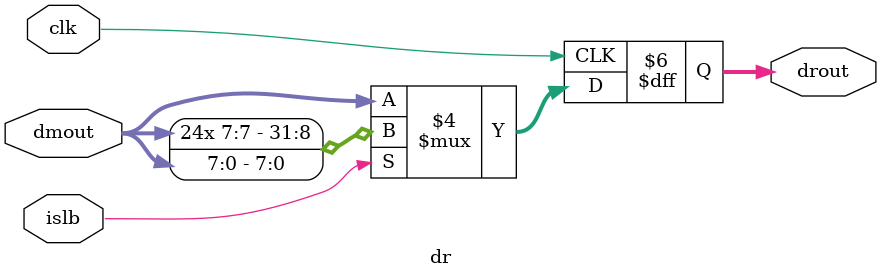
<source format=v>
module dr(clk, dmout, drout, islb);
  input clk;
  input islb;
  input [31:0] dmout;
  output reg [31:0] drout;
  always@(posedge clk)
  begin
    if(islb == 1)
      begin
        drout <= {{24{dmout[7]}},dmout[7:0]};
      end
    else
      begin
        drout <= dmout;
      end
  end
endmodule

</source>
